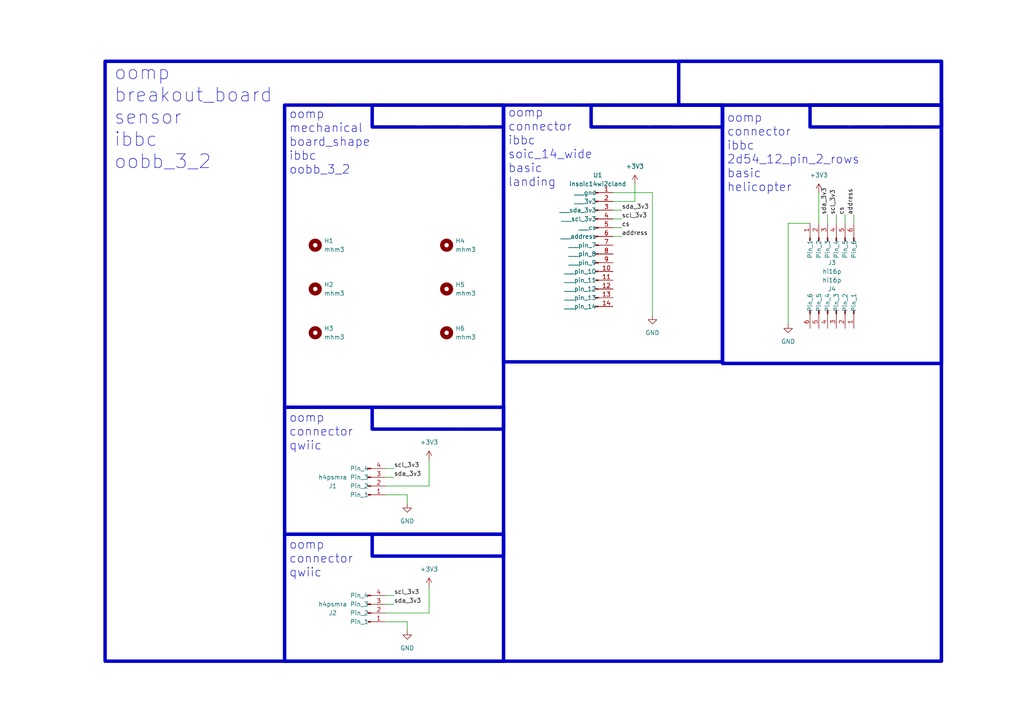
<source format=kicad_sch>
(kicad_sch (version 20230121) (generator eeschema)
  (paper "A4")
  (lib_symbols
    (symbol "oomlout_oomp_part_symbols:h4psmra_electronic_header_1_mm_jst_sh_4_pin_surface_mount_right_angle" (pin_names (offset 1.016))
      (property "Reference" "J" (at 0 5.08 0))
      (property "Value" "h4psmra_electronic_header_1_mm_jst_sh_4_pin_surface_mount_right_angle" (at 0 -7.62 0))
      (symbol "h4psmra_electronic_header_1_mm_jst_sh_4_pin_surface_mount_right_angle_1_1"
        (polyline (pts (xy 1.27 -5.08) (xy 0.8636 -5.08)) (stroke (width 0.1524)))
        (polyline (pts (xy 1.27 -2.54) (xy 0.8636 -2.54)) (stroke (width 0.1524)))
        (polyline (pts (xy 1.27 0) (xy 0.8636 0)) (stroke (width 0.1524)))
        (polyline (pts (xy 1.27 2.54) (xy 0.8636 2.54)) (stroke (width 0.1524)))
        (rectangle (start 0.8636 -4.953) (end 0 -5.207) (stroke (width 0.1524)) (fill (type outline)))
        (rectangle (start 0.8636 -2.413) (end 0 -2.667) (stroke (width 0.1524)) (fill (type outline)))
        (rectangle (start 0.8636 0.127) (end 0 -0.127) (stroke (width 0.1524)) (fill (type outline)))
        (rectangle (start 0.8636 2.667) (end 0 2.413) (stroke (width 0.1524)) (fill (type outline)))
        (pin passive line (at 5.08 2.54 180) (length 3.81) (name "Pin_1") (number "1"))
        (pin passive line (at 5.08 0 180) (length 3.81) (name "Pin_2") (number "2"))
        (pin passive line (at 5.08 -2.54 180) (length 3.81) (name "Pin_3") (number "3"))
        (pin passive line (at 5.08 -5.08 180) (length 3.81) (name "Pin_4") (number "4"))
      )
    )
    (symbol "oomlout_oomp_part_symbols:hi16p_electronic_header_2d54_mm_6_pin" (pin_names (offset 1.016))
      (property "Reference" "J" (at 0 7.62 0))
      (property "Value" "hi16p_electronic_header_2d54_mm_6_pin" (at 0 -10.16 0))
      (symbol "hi16p_electronic_header_2d54_mm_6_pin_1_1"
        (polyline (pts (xy 1.27 -7.62) (xy 0.8636 -7.62)) (stroke (width 0.1524)))
        (polyline (pts (xy 1.27 -5.08) (xy 0.8636 -5.08)) (stroke (width 0.1524)))
        (polyline (pts (xy 1.27 -2.54) (xy 0.8636 -2.54)) (stroke (width 0.1524)))
        (polyline (pts (xy 1.27 0) (xy 0.8636 0)) (stroke (width 0.1524)))
        (polyline (pts (xy 1.27 2.54) (xy 0.8636 2.54)) (stroke (width 0.1524)))
        (polyline (pts (xy 1.27 5.08) (xy 0.8636 5.08)) (stroke (width 0.1524)))
        (rectangle (start 0.8636 -7.493) (end 0 -7.747) (stroke (width 0.1524)) (fill (type outline)))
        (rectangle (start 0.8636 -4.953) (end 0 -5.207) (stroke (width 0.1524)) (fill (type outline)))
        (rectangle (start 0.8636 -2.413) (end 0 -2.667) (stroke (width 0.1524)) (fill (type outline)))
        (rectangle (start 0.8636 0.127) (end 0 -0.127) (stroke (width 0.1524)) (fill (type outline)))
        (rectangle (start 0.8636 2.667) (end 0 2.413) (stroke (width 0.1524)) (fill (type outline)))
        (rectangle (start 0.8636 5.207) (end 0 4.953) (stroke (width 0.1524)) (fill (type outline)))
        (pin passive line (at 5.08 5.08 180) (length 3.81) (name "Pin_1") (number "1"))
        (pin passive line (at 5.08 2.54 180) (length 3.81) (name "Pin_2") (number "2"))
        (pin passive line (at 5.08 0 180) (length 3.81) (name "Pin_3") (number "3"))
        (pin passive line (at 5.08 -2.54 180) (length 3.81) (name "Pin_4") (number "4"))
        (pin passive line (at 5.08 -5.08 180) (length 3.81) (name "Pin_5") (number "5"))
        (pin passive line (at 5.08 -7.62 180) (length 3.81) (name "Pin_6") (number "6"))
      )
    )
    (symbol "oomlout_oomp_part_symbols:insoic14wi2cland_electronic_interposer_soic_14_wide_i2c_landing" (pin_names (offset 1.016))
      (property "Reference" "U" (at 0 17.78 0))
      (property "Value" "insoic14wi2cland_electronic_interposer_soic_14_wide_i2c_landing" (at 0 -20.32 0))
      (symbol "insoic14wi2cland_electronic_interposer_soic_14_wide_i2c_landing_1_1"
        (polyline (pts (xy 1.27 -17.78) (xy 0.8636 -17.78)) (stroke (width 0.1524)))
        (polyline (pts (xy 1.27 -15.24) (xy 0.8636 -15.24)) (stroke (width 0.1524)))
        (polyline (pts (xy 1.27 -12.7) (xy 0.8636 -12.7)) (stroke (width 0.1524)))
        (polyline (pts (xy 1.27 -10.16) (xy 0.8636 -10.16)) (stroke (width 0.1524)))
        (polyline (pts (xy 1.27 -7.62) (xy 0.8636 -7.62)) (stroke (width 0.1524)))
        (polyline (pts (xy 1.27 -5.08) (xy 0.8636 -5.08)) (stroke (width 0.1524)))
        (polyline (pts (xy 1.27 -2.54) (xy 0.8636 -2.54)) (stroke (width 0.1524)))
        (polyline (pts (xy 1.27 0) (xy 0.8636 0)) (stroke (width 0.1524)))
        (polyline (pts (xy 1.27 2.54) (xy 0.8636 2.54)) (stroke (width 0.1524)))
        (polyline (pts (xy 1.27 5.08) (xy 0.8636 5.08)) (stroke (width 0.1524)))
        (polyline (pts (xy 1.27 7.62) (xy 0.8636 7.62)) (stroke (width 0.1524)))
        (polyline (pts (xy 1.27 10.16) (xy 0.8636 10.16)) (stroke (width 0.1524)))
        (polyline (pts (xy 1.27 12.7) (xy 0.8636 12.7)) (stroke (width 0.1524)))
        (polyline (pts (xy 1.27 15.24) (xy 0.8636 15.24)) (stroke (width 0.1524)))
        (rectangle (start 0.8636 -17.653) (end 0 -17.907) (stroke (width 0.1524)) (fill (type outline)))
        (rectangle (start 0.8636 -15.113) (end 0 -15.367) (stroke (width 0.1524)) (fill (type outline)))
        (rectangle (start 0.8636 -12.573) (end 0 -12.827) (stroke (width 0.1524)) (fill (type outline)))
        (rectangle (start 0.8636 -10.033) (end 0 -10.287) (stroke (width 0.1524)) (fill (type outline)))
        (rectangle (start 0.8636 -7.493) (end 0 -7.747) (stroke (width 0.1524)) (fill (type outline)))
        (rectangle (start 0.8636 -4.953) (end 0 -5.207) (stroke (width 0.1524)) (fill (type outline)))
        (rectangle (start 0.8636 -2.413) (end 0 -2.667) (stroke (width 0.1524)) (fill (type outline)))
        (rectangle (start 0.8636 0.127) (end 0 -0.127) (stroke (width 0.1524)) (fill (type outline)))
        (rectangle (start 0.8636 2.667) (end 0 2.413) (stroke (width 0.1524)) (fill (type outline)))
        (rectangle (start 0.8636 5.207) (end 0 4.953) (stroke (width 0.1524)) (fill (type outline)))
        (rectangle (start 0.8636 7.747) (end 0 7.493) (stroke (width 0.1524)) (fill (type outline)))
        (rectangle (start 0.8636 10.287) (end 0 10.033) (stroke (width 0.1524)) (fill (type outline)))
        (rectangle (start 0.8636 12.827) (end 0 12.573) (stroke (width 0.1524)) (fill (type outline)))
        (rectangle (start 0.8636 15.367) (end 0 15.113) (stroke (width 0.1524)) (fill (type outline)))
        (pin passive line (at 5.08 15.24 180) (length 3.81) (name "___gnd") (number "1"))
        (pin passive line (at 5.08 -7.62 180) (length 3.81) (name "___pin_10") (number "10"))
        (pin passive line (at 5.08 -10.16 180) (length 3.81) (name "___pin_11") (number "11"))
        (pin passive line (at 5.08 -12.7 180) (length 3.81) (name "___pin_12") (number "12"))
        (pin passive line (at 5.08 -15.24 180) (length 3.81) (name "___pin_13") (number "13"))
        (pin passive line (at 5.08 -17.78 180) (length 3.81) (name "___pin_14") (number "14"))
        (pin passive line (at 5.08 12.7 180) (length 3.81) (name "___3v3") (number "2"))
        (pin passive line (at 5.08 10.16 180) (length 3.81) (name "___sda_3v3") (number "3"))
        (pin passive line (at 5.08 7.62 180) (length 3.81) (name "___scl_3v3") (number "4"))
        (pin passive line (at 5.08 5.08 180) (length 3.81) (name "___cs") (number "5"))
        (pin passive line (at 5.08 2.54 180) (length 3.81) (name "___address") (number "6"))
        (pin passive line (at 5.08 0 180) (length 3.81) (name "___pin_7") (number "7"))
        (pin passive line (at 5.08 -2.54 180) (length 3.81) (name "___pin_8") (number "8"))
        (pin passive line (at 5.08 -5.08 180) (length 3.81) (name "___pin_9") (number "9"))
      )
    )
    (symbol "oomlout_oomp_part_symbols:mhm3_electronic_mounting_hole_m3" (pin_names (offset 1.016))
      (property "Reference" "H" (at 0 5.08 0))
      (property "Value" "mhm3_electronic_mounting_hole_m3" (at 0 3.175 0))
      (symbol "mhm3_electronic_mounting_hole_m3_0_1"
        (circle (center 0 0) (radius 1.27) (stroke (width 1.27)))
      )
    )
    (symbol "power:+3V3" (power) (pin_names (offset 0))
      (property "Value" "+3V3" (at 0 3.556 0))
      (symbol "+3V3_0_1"
        (polyline (pts (xy -0.762 1.27) (xy 0 2.54)))
        (polyline (pts (xy 0 0) (xy 0 2.54)))
        (polyline (pts (xy 0 2.54) (xy 0.762 1.27)))
      )
      (symbol "+3V3_1_1"
        (pin power_in line (at 0 0 90) (length 0) hide (name "+3V3") (number "1"))
      )
    )
    (symbol "power:GND" (power) (pin_names (offset 0))
      (property "Value" "GND" (at 0 -3.81 0))
      (symbol "GND_0_1"
        (polyline (pts (xy 0 0) (xy 0 -1.27) (xy 1.27 -1.27) (xy 0 -2.54) (xy -1.27 -1.27) (xy 0 -1.27)))
      )
      (symbol "GND_1_1"
        (pin power_in line (at 0 0 270) (length 0) hide (name "GND") (number "1"))
      )
    )
  )
  (wire (pts (xy 245.11 62.23) (xy 245.11 64.77)))
  (wire (pts (xy 124.46 177.8) (xy 124.46 170.18)))
  (wire (pts (xy 242.57 62.23) (xy 242.57 64.77)))
  (wire (pts (xy 228.6 64.77) (xy 228.6 93.98)))
  (wire (pts (xy 118.11 143.51) (xy 118.11 146.05)))
  (wire (pts (xy 177.8 66.04) (xy 180.34 66.04)))
  (wire (pts (xy 111.76 135.89) (xy 114.3 135.89)))
  (wire (pts (xy 118.11 143.51) (xy 111.76 143.51)))
  (wire (pts (xy 184.15 58.42) (xy 184.15 53.34)))
  (wire (pts (xy 177.8 68.58) (xy 180.34 68.58)))
  (wire (pts (xy 118.11 180.34) (xy 118.11 182.88)))
  (wire (pts (xy 111.76 140.97) (xy 124.46 140.97)))
  (wire (pts (xy 189.23 55.88) (xy 189.23 91.44)))
  (wire (pts (xy 177.8 58.42) (xy 184.15 58.42)))
  (wire (pts (xy 177.8 55.88) (xy 189.23 55.88)))
  (wire (pts (xy 234.95 64.77) (xy 228.6 64.77)))
  (wire (pts (xy 111.76 172.72) (xy 114.3 172.72)))
  (wire (pts (xy 177.8 60.96) (xy 180.34 60.96)))
  (wire (pts (xy 177.8 63.5) (xy 180.34 63.5)))
  (wire (pts (xy 237.49 55.88) (xy 237.49 64.77)))
  (wire (pts (xy 247.65 62.23) (xy 247.65 64.77)))
  (wire (pts (xy 111.76 177.8) (xy 124.46 177.8)))
  (wire (pts (xy 124.46 140.97) (xy 124.46 133.35)))
  (wire (pts (xy 240.03 62.23) (xy 240.03 64.77)))
  (wire (pts (xy 111.76 175.26) (xy 114.3 175.26)))
  (wire (pts (xy 111.76 138.43) (xy 114.3 138.43)))
  (wire (pts (xy 118.11 180.34) (xy 111.76 180.34)))
  (rectangle (start 223.52 262.89) (end 223.52 262.89))
  (rectangle (start 107.95 154.94) (end 146.05 161.29) (stroke (width 1)) (fill (type color)))
  (rectangle (start 30.48 17.78) (end 273.05 191.77) (stroke (width 1)))
  (rectangle (start 209.55 30.48) (end 273.05 105.41) (stroke (width 1)))
  (rectangle (start 82.55 30.48) (end 146.05 118.11) (stroke (width 1)))
  (rectangle (start 222.25 219.71) (end 222.25 219.71))
  (rectangle (start 82.55 118.11) (end 146.05 154.94) (stroke (width 1)))
  (rectangle (start 234.95 30.48) (end 273.05 36.83) (stroke (width 1)) (fill (type color)))
  (rectangle (start 146.05 30.48) (end 209.55 104.9532) (stroke (width 1)))
  (rectangle (start 196.85 17.78) (end 273.05 30.48) (stroke (width 1)) (fill (type color)))
  (rectangle (start 107.95 118.11) (end 146.05 124.46) (stroke (width 1)) (fill (type color)))
  (rectangle (start 107.95 30.48) (end 146.05 36.83) (stroke (width 1)) (fill (type color)))
  (rectangle (start 82.55 154.94) (end 146.05 191.77) (stroke (width 1)))
  (rectangle (start 171.45 30.48) (end 209.55 36.83) (stroke (width 1)) (fill (type color)))
  (text "sensor_ibbc_oobb_3_2\n\n\n" (at 271.78 38.1 0) (effects (font (size 4 4) (thickness 0.8) bold) (justify right bottom)))
  (text "oomp\nconnector\nqwiic\n" (at 83.82 167.64 0) (effects (font (size 2.5 2.5)) (justify left bottom)))
  (text "bs_oobb_3_2\n" (at 144.78 36.83 0) (effects (font (size 3 3) (thickness 0.8) bold) (justify right bottom)))
  (text "oomp\nmechanical\nboard_shape\nibbc\noobb_3_2" (at 83.82 50.8 0) (effects (font (size 2.5 2.5)) (justify left bottom)))
  (text "oomp\nconnector\nqwiic\n" (at 83.82 130.81 0) (effects (font (size 2.5 2.5)) (justify left bottom)))
  (text "name" (at 110.49 161.29 90) (effects (font (size 1.27 1.27) (thickness 0.254) bold) (justify left bottom)))
  (text "name" (at 110.49 124.46 90) (effects (font (size 1.27 1.27) (thickness 0.254) bold) (justify left bottom)))
  (text "qwiic\n" (at 144.78 161.29 0) (effects (font (size 4 4) (thickness 0.8) bold) (justify right bottom)))
  (text "name" (at 110.49 36.83 90) (effects (font (size 1.27 1.27) (thickness 0.254) bold) (justify left bottom)))
  (text "oomp\nconnector\nibbc\nsoic_14_wide\nbasic\nlanding\n\n" (at 147.32 58.42 0) (effects (font (size 2.5 2.5)) (justify left bottom)))
  (text "oomp\nbreakout_board\nsensor\nibbc\noobb_3_2\n\n\n" (at 33.02 62.23 0) (effects (font (size 4 4)) (justify left bottom)))
  (text "qwiic\n" (at 144.78 124.46 0) (effects (font (size 4 4) (thickness 0.8) bold) (justify right bottom)))
  (text "ibbc_soic_landing\n\n" (at 208.28 39.37 0) (effects (font (size 2 2) (thickness 0.8) bold) (justify right bottom)))
  (text "ibbc_2d54_helicopter\n	" (at 271.78 39.37 0) (effects (font (size 2 2) (thickness 0.8) bold) (justify right bottom)))
  (text "name" (at 199.39 24.13 90) (effects (font (size 1.27 1.27) (thickness 0.254) bold) (justify left bottom)))
  (text "oomp\nconnector\nibbc\n2d54_12_pin_2_rows\nbasic\nhelicopter" (at 210.82 55.88 0) (effects (font (size 2.5 2.5)) (justify left bottom)))
  (text "name" (at 173.99 36.83 90) (effects (font (size 1.27 1.27) (thickness 0.254) bold) (justify left bottom)))
  (text "name" (at 237.49 36.83 90) (effects (font (size 1.27 1.27) (thickness 0.254) bold) (justify left bottom)))
  (label "scl_3v3" (at 242.57 62.23 90))
  (label "sda_3v3" (at 114.3 138.43 0))
  (label "address" (at 247.65 62.23 90))
  (label "sda_3v3" (at 240.03 62.23 90))
  (label "sda_3v3" (at 180.34 60.96 0))
  (label "cs" (at 245.11 62.23 90))
  (label "cs" (at 180.34 66.04 0))
  (label "scl_3v3" (at 114.3 172.72 0))
  (label "scl_3v3" (at 180.34 63.5 0))
  (label "sda_3v3" (at 114.3 175.26 0))
  (label "scl_3v3" (at 114.3 135.89 0))
  (label "address" (at 180.34 68.58 0))
  (symbol (lib_id "power:+3V3") (at 124.46 170.18 0) (unit 1)
    (property "Reference" "#PWR04" (effects hide))
    (property "Value" "+3V3" (at 124.46 165.1 0))
  )
  (symbol (lib_id "power:GND") (at 228.6 93.98 0) (unit 1)
    (property "Reference" "#PWR07" (effects hide))
    (property "Value" "GND" (at 228.6 99.06 0))
  )
  (symbol (lib_id "power:+3V3") (at 124.46 133.35 0) (unit 1)
    (property "Reference" "#PWR03" (effects hide))
    (property "Value" "+3V3" (at 124.46 128.27 0))
  )
  (symbol (lib_id "power:GND") (at 118.11 146.05 0) (unit 1)
    (property "Reference" "#PWR01" (effects hide))
    (property "Value" "GND" (at 118.11 151.13 0))
  )
  (symbol (lib_id "oomlout_oomp_part_symbols:h4psmra_electronic_header_1_mm_jst_sh_4_pin_surface_mount_right_angle") (at 106.68 177.8 0) (mirror x) (unit 1)
    (property "Reference" "J2" (at 96.52 177.8 0))
    (property "Value" "h4psmra" (at 96.52 175.26 0))
    (property "Footprint" "oomlout_oomp_part_footprints:h4psmra_electronic_header_1_mm_jst_sh_4_pin_surface_mount_right_angle" (effects hide))
    (property "Datasheet" "https://github.com/oomlout/oomlout_oomp_v3/parts/electronic_header_1_mm_jst_sh_4_pin_surface_mount_right_angle/datasheet.pdf" (effects hide))
  )
  (symbol (lib_id "oomlout_oomp_part_symbols:mhm3_electronic_mounting_hole_m3") (at 129.54 96.52 0) (unit 1)
    (property "Reference" "H6" (at 132.08 95.25 0) (effects (justify left)))
    (property "Value" "mhm3" (at 132.08 97.79 0) (effects (justify left)))
    (property "Footprint" "oomlout_oomp_part_footprints:mhm3_electronic_mounting_hole_m3" (effects hide))
    (property "Datasheet" "https://github.com/oomlout/oomlout_oomp_v3/parts/electronic_mounting_hole_m3/datasheet.pdf" (effects hide))
  )
  (symbol (lib_id "power:+3V3") (at 184.15 53.34 0) (unit 1)
    (property "Reference" "#PWR05" (effects hide))
    (property "Value" "+3V3" (at 184.15 48.26 0))
  )
  (symbol (lib_id "oomlout_oomp_part_symbols:mhm3_electronic_mounting_hole_m3") (at 91.44 96.52 0) (unit 1)
    (property "Reference" "H3" (at 93.98 95.25 0) (effects (justify left)))
    (property "Value" "mhm3" (at 93.98 97.79 0) (effects (justify left)))
    (property "Footprint" "oomlout_oomp_part_footprints:mhm3_electronic_mounting_hole_m3" (effects hide))
    (property "Datasheet" "https://github.com/oomlout/oomlout_oomp_v3/parts/electronic_mounting_hole_m3/datasheet.pdf" (effects hide))
  )
  (symbol (lib_id "oomlout_oomp_part_symbols:hi16p_electronic_header_2d54_mm_6_pin") (at 242.57 90.17 270) (unit 1)
    (property "Reference" "J4" (at 241.3 83.82 90))
    (property "Value" "hi16p" (at 241.3 81.28 90))
    (property "Footprint" "oomlout_oomp_part_footprints:hi16p_electronic_header_2d54_mm_6_pin" (effects hide))
    (property "Datasheet" "https://github.com/oomlout/oomlout_oomp_v3/parts/electronic_header_2d54_mm_6_pin/datasheet.pdf" (effects hide))
  )
  (symbol (lib_id "oomlout_oomp_part_symbols:mhm3_electronic_mounting_hole_m3") (at 129.54 71.12 0) (unit 1)
    (property "Reference" "H4" (at 132.08 69.85 0) (effects (justify left)))
    (property "Value" "mhm3" (at 132.08 72.39 0) (effects (justify left)))
    (property "Footprint" "oomlout_oomp_part_footprints:mhm3_electronic_mounting_hole_m3" (effects hide))
    (property "Datasheet" "https://github.com/oomlout/oomlout_oomp_v3/parts/electronic_mounting_hole_m3/datasheet.pdf" (effects hide))
  )
  (symbol (lib_id "oomlout_oomp_part_symbols:hi16p_electronic_header_2d54_mm_6_pin") (at 240.03 69.85 90) (unit 1)
    (property "Reference" "J3" (at 241.3 76.2 90))
    (property "Value" "hi16p" (at 241.3 78.74 90))
    (property "Footprint" "oomlout_oomp_part_footprints:hi16p_electronic_header_2d54_mm_6_pin" (effects hide))
    (property "Datasheet" "https://github.com/oomlout/oomlout_oomp_v3/parts/electronic_header_2d54_mm_6_pin/datasheet.pdf" (effects hide))
  )
  (symbol (lib_id "oomlout_oomp_part_symbols:insoic14wi2cland_electronic_interposer_soic_14_wide_i2c_landing") (at 172.72 71.12 0) (unit 1)
    (property "Reference" "U1" (at 173.355 50.8 0))
    (property "Value" "insoic14wi2cland" (at 173.355 53.34 0))
    (property "Footprint" "oomlout_oomp_part_footprints:insoic14wi2cland_electronic_interposer_soic_14_wide_i2c_landing" (effects hide))
    (property "Datasheet" "https://github.com/oomlout/oomlout_oomp_v3/parts/electronic_interposer_soic_14_wide_i2c_landing/datasheet.pdf" (effects hide))
  )
  (symbol (lib_id "oomlout_oomp_part_symbols:mhm3_electronic_mounting_hole_m3") (at 129.54 83.82 0) (unit 1)
    (property "Reference" "H5" (at 132.08 82.55 0) (effects (justify left)))
    (property "Value" "mhm3" (at 132.08 85.09 0) (effects (justify left)))
    (property "Footprint" "oomlout_oomp_part_footprints:mhm3_electronic_mounting_hole_m3" (effects hide))
    (property "Datasheet" "https://github.com/oomlout/oomlout_oomp_v3/parts/electronic_mounting_hole_m3/datasheet.pdf" (effects hide))
  )
  (symbol (lib_id "oomlout_oomp_part_symbols:mhm3_electronic_mounting_hole_m3") (at 91.44 71.12 0) (unit 1)
    (property "Reference" "H1" (at 93.98 69.85 0) (effects (justify left)))
    (property "Value" "mhm3" (at 93.98 72.39 0) (effects (justify left)))
    (property "Footprint" "oomlout_oomp_part_footprints:mhm3_electronic_mounting_hole_m3" (effects hide))
    (property "Datasheet" "https://github.com/oomlout/oomlout_oomp_v3/parts/electronic_mounting_hole_m3/datasheet.pdf" (effects hide))
  )
  (symbol (lib_id "oomlout_oomp_part_symbols:h4psmra_electronic_header_1_mm_jst_sh_4_pin_surface_mount_right_angle") (at 106.68 140.97 0) (mirror x) (unit 1)
    (property "Reference" "J1" (at 96.52 140.97 0))
    (property "Value" "h4psmra" (at 96.52 138.43 0))
    (property "Footprint" "oomlout_oomp_part_footprints:h4psmra_electronic_header_1_mm_jst_sh_4_pin_surface_mount_right_angle" (effects hide))
    (property "Datasheet" "https://github.com/oomlout/oomlout_oomp_v3/parts/electronic_header_1_mm_jst_sh_4_pin_surface_mount_right_angle/datasheet.pdf" (effects hide))
  )
  (symbol (lib_id "power:GND") (at 189.23 91.44 0) (unit 1)
    (property "Reference" "#PWR06" (effects hide))
    (property "Value" "GND" (at 189.23 96.52 0))
  )
  (symbol (lib_id "power:+3V3") (at 237.49 55.88 0) (unit 1)
    (property "Reference" "#PWR08" (effects hide))
    (property "Value" "+3V3" (at 237.49 50.8 0))
  )
  (symbol (lib_id "oomlout_oomp_part_symbols:mhm3_electronic_mounting_hole_m3") (at 91.44 83.82 0) (unit 1)
    (property "Reference" "H2" (at 93.98 82.55 0) (effects (justify left)))
    (property "Value" "mhm3" (at 93.98 85.09 0) (effects (justify left)))
    (property "Footprint" "oomlout_oomp_part_footprints:mhm3_electronic_mounting_hole_m3" (effects hide))
    (property "Datasheet" "https://github.com/oomlout/oomlout_oomp_v3/parts/electronic_mounting_hole_m3/datasheet.pdf" (effects hide))
  )
  (symbol (lib_id "power:GND") (at 118.11 182.88 0) (unit 1)
    (property "Reference" "#PWR02" (effects hide))
    (property "Value" "GND" (at 118.11 187.96 0))
  )
)
</source>
